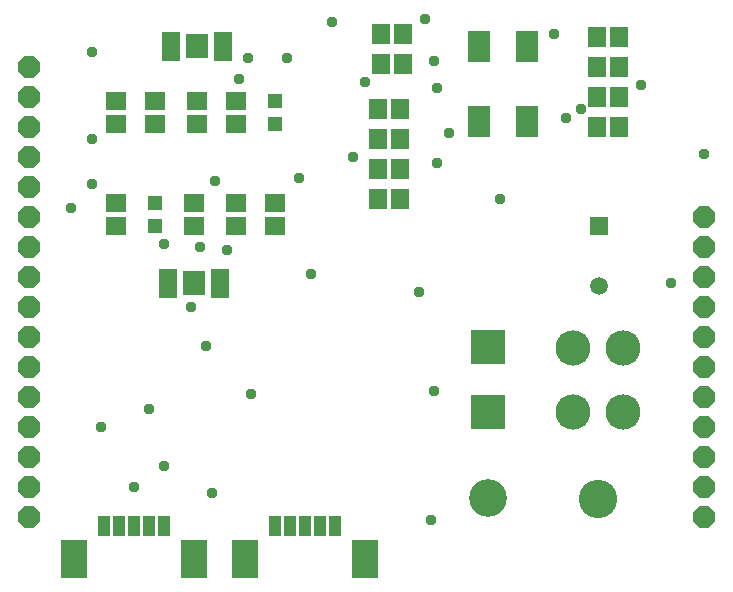
<source format=gbr>
G04 EAGLE Gerber RS-274X export*
G75*
%MOMM*%
%FSLAX34Y34*%
%LPD*%
%INSoldermask Top*%
%IPPOS*%
%AMOC8*
5,1,8,0,0,1.08239X$1,22.5*%
G01*
%ADD10P,1.951982X8X22.500000*%
%ADD11R,1.503200X1.703200*%
%ADD12R,1.981200X0.635000*%
%ADD13R,1.003200X1.803200*%
%ADD14R,2.303200X3.203200*%
%ADD15C,2.978200*%
%ADD16C,3.253200*%
%ADD17R,1.628200X0.503200*%
%ADD18R,1.883200X2.083200*%
%ADD19R,1.703200X1.503200*%
%ADD20R,1.203200X1.203200*%
%ADD21R,2.908300X2.908300*%
%ADD22C,3.200400*%
%ADD23R,1.511200X1.511200*%
%ADD24C,1.511200*%
%ADD25C,0.959600*%


D10*
X33020Y60960D03*
X33020Y86360D03*
X33020Y111760D03*
X33020Y137160D03*
X33020Y162560D03*
X33020Y187960D03*
X33020Y213360D03*
X33020Y238760D03*
X33020Y264160D03*
X33020Y289560D03*
X33020Y314960D03*
X33020Y340360D03*
X33020Y365760D03*
X33020Y391160D03*
X33020Y416560D03*
X33020Y441960D03*
X604520Y60960D03*
X604520Y86360D03*
X604520Y111760D03*
X604520Y137160D03*
X604520Y162560D03*
X604520Y187960D03*
X604520Y213360D03*
X604520Y238760D03*
X604520Y264160D03*
X604520Y289560D03*
X604520Y314960D03*
D11*
X328320Y330200D03*
X347320Y330200D03*
X328320Y381000D03*
X347320Y381000D03*
X532740Y467360D03*
X513740Y467360D03*
X513740Y441960D03*
X532740Y441960D03*
X532740Y391160D03*
X513740Y391160D03*
X532740Y416560D03*
X513740Y416560D03*
X349860Y444500D03*
X330860Y444500D03*
X330860Y469900D03*
X349860Y469900D03*
X328320Y406400D03*
X347320Y406400D03*
X347320Y355600D03*
X328320Y355600D03*
D12*
X413893Y469490D03*
X413893Y462990D03*
X413893Y456490D03*
X413893Y449990D03*
X454787Y449990D03*
X454787Y456490D03*
X454787Y462990D03*
X454787Y469490D03*
X413893Y405990D03*
X413893Y399490D03*
X413893Y392990D03*
X413893Y386490D03*
X454787Y386490D03*
X454787Y392990D03*
X454787Y399490D03*
X454787Y405990D03*
D13*
X241700Y53340D03*
X254200Y53340D03*
X266700Y53340D03*
X279200Y53340D03*
X291700Y53340D03*
D14*
X216100Y25840D03*
X317300Y25840D03*
D15*
X535940Y149860D03*
X493940Y149860D03*
X535940Y204860D03*
X493940Y204860D03*
D16*
X514940Y76860D03*
D13*
X96920Y53340D03*
X109420Y53340D03*
X121920Y53340D03*
X134420Y53340D03*
X146920Y53340D03*
D14*
X71320Y25840D03*
X172520Y25840D03*
D17*
X150600Y269080D03*
X150600Y264080D03*
X150600Y259080D03*
X150600Y254080D03*
X150600Y249080D03*
X194840Y249080D03*
X194840Y254080D03*
X194840Y259080D03*
X194840Y264080D03*
X194840Y269080D03*
D18*
X172720Y259080D03*
D17*
X197380Y449740D03*
X197380Y454740D03*
X197380Y459740D03*
X197380Y464740D03*
X197380Y469740D03*
X153140Y469740D03*
X153140Y464740D03*
X153140Y459740D03*
X153140Y454740D03*
X153140Y449740D03*
D18*
X175260Y459740D03*
D19*
X172720Y327000D03*
X172720Y308000D03*
X139700Y413360D03*
X139700Y394360D03*
X241300Y327000D03*
X241300Y308000D03*
X175260Y394360D03*
X175260Y413360D03*
X106680Y413360D03*
X106680Y394360D03*
X106680Y327000D03*
X106680Y308000D03*
X208280Y327000D03*
X208280Y308000D03*
X208280Y413360D03*
X208280Y394360D03*
D20*
X139700Y327500D03*
X139700Y307500D03*
X241300Y393860D03*
X241300Y413860D03*
D21*
X422008Y150546D03*
D22*
X422008Y77648D03*
D21*
X422008Y205664D03*
D23*
X515620Y307340D03*
D24*
X515620Y257340D03*
D25*
X271780Y266700D03*
X93980Y137160D03*
X261620Y347980D03*
X86360Y381000D03*
X190500Y345440D03*
X200660Y287020D03*
X86360Y342900D03*
X317500Y429260D03*
X307340Y365760D03*
X551180Y426720D03*
X121920Y86360D03*
X368300Y482600D03*
X604520Y368300D03*
X220980Y165100D03*
X378460Y360680D03*
X363220Y251460D03*
X373380Y58420D03*
X182880Y205740D03*
X187960Y81280D03*
X68580Y322580D03*
X86360Y454660D03*
X375920Y167640D03*
X210820Y431800D03*
X375920Y447040D03*
X177800Y289560D03*
X487680Y398780D03*
X170180Y238760D03*
X431800Y330200D03*
X576580Y259080D03*
X134620Y152400D03*
X147320Y292100D03*
X147320Y104140D03*
X289560Y480060D03*
X477520Y469900D03*
X500380Y406400D03*
X218440Y449580D03*
X251460Y449580D03*
X378460Y424180D03*
X388620Y386080D03*
M02*

</source>
